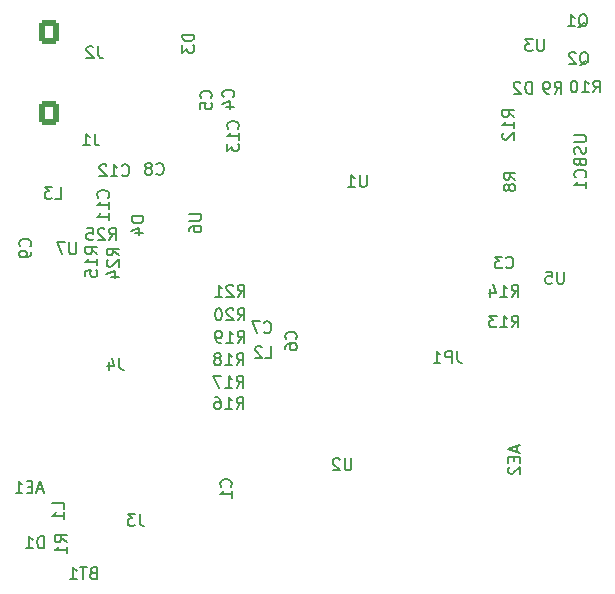
<source format=gbr>
%TF.GenerationSoftware,KiCad,Pcbnew,(6.0.0)*%
%TF.CreationDate,2022-09-29T23:41:46+02:00*%
%TF.ProjectId,bobbycar-lora-can-ethernet,626f6262-7963-4617-922d-6c6f72612d63,rev?*%
%TF.SameCoordinates,Original*%
%TF.FileFunction,Legend,Bot*%
%TF.FilePolarity,Positive*%
%FSLAX46Y46*%
G04 Gerber Fmt 4.6, Leading zero omitted, Abs format (unit mm)*
G04 Created by KiCad (PCBNEW (6.0.0)) date 2022-09-29 23:41:46*
%MOMM*%
%LPD*%
G01*
G04 APERTURE LIST*
G04 Aperture macros list*
%AMRoundRect*
0 Rectangle with rounded corners*
0 $1 Rounding radius*
0 $2 $3 $4 $5 $6 $7 $8 $9 X,Y pos of 4 corners*
0 Add a 4 corners polygon primitive as box body*
4,1,4,$2,$3,$4,$5,$6,$7,$8,$9,$2,$3,0*
0 Add four circle primitives for the rounded corners*
1,1,$1+$1,$2,$3*
1,1,$1+$1,$4,$5*
1,1,$1+$1,$6,$7*
1,1,$1+$1,$8,$9*
0 Add four rect primitives between the rounded corners*
20,1,$1+$1,$2,$3,$4,$5,0*
20,1,$1+$1,$4,$5,$6,$7,0*
20,1,$1+$1,$6,$7,$8,$9,0*
20,1,$1+$1,$8,$9,$2,$3,0*%
G04 Aperture macros list end*
%ADD10C,0.150000*%
%ADD11R,1.350000X1.350000*%
%ADD12O,1.350000X1.350000*%
%ADD13RoundRect,0.250000X-0.600000X-0.725000X0.600000X-0.725000X0.600000X0.725000X-0.600000X0.725000X0*%
%ADD14O,1.700000X1.950000*%
%ADD15C,0.650000*%
%ADD16O,2.100000X1.000000*%
%ADD17O,1.800000X1.000000*%
G04 APERTURE END LIST*
D10*
%TO.C,L3*%
X3566666Y-16952380D02*
X4042857Y-16952380D01*
X4042857Y-15952380D01*
X3328571Y-15952380D02*
X2709523Y-15952380D01*
X3042857Y-16333333D01*
X2900000Y-16333333D01*
X2804761Y-16380952D01*
X2757142Y-16428571D01*
X2709523Y-16523809D01*
X2709523Y-16761904D01*
X2757142Y-16857142D01*
X2804761Y-16904761D01*
X2900000Y-16952380D01*
X3185714Y-16952380D01*
X3280952Y-16904761D01*
X3328571Y-16857142D01*
%TO.C,C11*%
X8057142Y-16857142D02*
X8104761Y-16809523D01*
X8152380Y-16666666D01*
X8152380Y-16571428D01*
X8104761Y-16428571D01*
X8009523Y-16333333D01*
X7914285Y-16285714D01*
X7723809Y-16238095D01*
X7580952Y-16238095D01*
X7390476Y-16285714D01*
X7295238Y-16333333D01*
X7200000Y-16428571D01*
X7152380Y-16571428D01*
X7152380Y-16666666D01*
X7200000Y-16809523D01*
X7247619Y-16857142D01*
X8152380Y-17809523D02*
X8152380Y-17238095D01*
X8152380Y-17523809D02*
X7152380Y-17523809D01*
X7295238Y-17428571D01*
X7390476Y-17333333D01*
X7438095Y-17238095D01*
X8152380Y-18761904D02*
X8152380Y-18190476D01*
X8152380Y-18476190D02*
X7152380Y-18476190D01*
X7295238Y-18380952D01*
X7390476Y-18285714D01*
X7438095Y-18190476D01*
%TO.C,D1*%
X2638095Y-46552380D02*
X2638095Y-45552380D01*
X2400000Y-45552380D01*
X2257142Y-45600000D01*
X2161904Y-45695238D01*
X2114285Y-45790476D01*
X2066666Y-45980952D01*
X2066666Y-46123809D01*
X2114285Y-46314285D01*
X2161904Y-46409523D01*
X2257142Y-46504761D01*
X2400000Y-46552380D01*
X2638095Y-46552380D01*
X1114285Y-46552380D02*
X1685714Y-46552380D01*
X1400000Y-46552380D02*
X1400000Y-45552380D01*
X1495238Y-45695238D01*
X1590476Y-45790476D01*
X1685714Y-45838095D01*
%TO.C,R14*%
X42242857Y-25252380D02*
X42576190Y-24776190D01*
X42814285Y-25252380D02*
X42814285Y-24252380D01*
X42433333Y-24252380D01*
X42338095Y-24300000D01*
X42290476Y-24347619D01*
X42242857Y-24442857D01*
X42242857Y-24585714D01*
X42290476Y-24680952D01*
X42338095Y-24728571D01*
X42433333Y-24776190D01*
X42814285Y-24776190D01*
X41290476Y-25252380D02*
X41861904Y-25252380D01*
X41576190Y-25252380D02*
X41576190Y-24252380D01*
X41671428Y-24395238D01*
X41766666Y-24490476D01*
X41861904Y-24538095D01*
X40433333Y-24585714D02*
X40433333Y-25252380D01*
X40671428Y-24204761D02*
X40909523Y-24919047D01*
X40290476Y-24919047D01*
%TO.C,R9*%
X45866666Y-8052380D02*
X46200000Y-7576190D01*
X46438095Y-8052380D02*
X46438095Y-7052380D01*
X46057142Y-7052380D01*
X45961904Y-7100000D01*
X45914285Y-7147619D01*
X45866666Y-7242857D01*
X45866666Y-7385714D01*
X45914285Y-7480952D01*
X45961904Y-7528571D01*
X46057142Y-7576190D01*
X46438095Y-7576190D01*
X45390476Y-8052380D02*
X45200000Y-8052380D01*
X45104761Y-8004761D01*
X45057142Y-7957142D01*
X44961904Y-7814285D01*
X44914285Y-7623809D01*
X44914285Y-7242857D01*
X44961904Y-7147619D01*
X45009523Y-7100000D01*
X45104761Y-7052380D01*
X45295238Y-7052380D01*
X45390476Y-7100000D01*
X45438095Y-7147619D01*
X45485714Y-7242857D01*
X45485714Y-7480952D01*
X45438095Y-7576190D01*
X45390476Y-7623809D01*
X45295238Y-7671428D01*
X45104761Y-7671428D01*
X45009523Y-7623809D01*
X44961904Y-7576190D01*
X44914285Y-7480952D01*
%TO.C,U5*%
X46661904Y-23152380D02*
X46661904Y-23961904D01*
X46614285Y-24057142D01*
X46566666Y-24104761D01*
X46471428Y-24152380D01*
X46280952Y-24152380D01*
X46185714Y-24104761D01*
X46138095Y-24057142D01*
X46090476Y-23961904D01*
X46090476Y-23152380D01*
X45138095Y-23152380D02*
X45614285Y-23152380D01*
X45661904Y-23628571D01*
X45614285Y-23580952D01*
X45519047Y-23533333D01*
X45280952Y-23533333D01*
X45185714Y-23580952D01*
X45138095Y-23628571D01*
X45090476Y-23723809D01*
X45090476Y-23961904D01*
X45138095Y-24057142D01*
X45185714Y-24104761D01*
X45280952Y-24152380D01*
X45519047Y-24152380D01*
X45614285Y-24104761D01*
X45661904Y-24057142D01*
%TO.C,C9*%
X1457142Y-20983333D02*
X1504761Y-20935714D01*
X1552380Y-20792857D01*
X1552380Y-20697619D01*
X1504761Y-20554761D01*
X1409523Y-20459523D01*
X1314285Y-20411904D01*
X1123809Y-20364285D01*
X980952Y-20364285D01*
X790476Y-20411904D01*
X695238Y-20459523D01*
X600000Y-20554761D01*
X552380Y-20697619D01*
X552380Y-20792857D01*
X600000Y-20935714D01*
X647619Y-20983333D01*
X1552380Y-21459523D02*
X1552380Y-21650000D01*
X1504761Y-21745238D01*
X1457142Y-21792857D01*
X1314285Y-21888095D01*
X1123809Y-21935714D01*
X742857Y-21935714D01*
X647619Y-21888095D01*
X600000Y-21840476D01*
X552380Y-21745238D01*
X552380Y-21554761D01*
X600000Y-21459523D01*
X647619Y-21411904D01*
X742857Y-21364285D01*
X980952Y-21364285D01*
X1076190Y-21411904D01*
X1123809Y-21459523D01*
X1171428Y-21554761D01*
X1171428Y-21745238D01*
X1123809Y-21840476D01*
X1076190Y-21888095D01*
X980952Y-21935714D01*
%TO.C,BT1*%
X6785714Y-48628571D02*
X6642857Y-48676190D01*
X6595238Y-48723809D01*
X6547619Y-48819047D01*
X6547619Y-48961904D01*
X6595238Y-49057142D01*
X6642857Y-49104761D01*
X6738095Y-49152380D01*
X7119047Y-49152380D01*
X7119047Y-48152380D01*
X6785714Y-48152380D01*
X6690476Y-48200000D01*
X6642857Y-48247619D01*
X6595238Y-48342857D01*
X6595238Y-48438095D01*
X6642857Y-48533333D01*
X6690476Y-48580952D01*
X6785714Y-48628571D01*
X7119047Y-48628571D01*
X6261904Y-48152380D02*
X5690476Y-48152380D01*
X5976190Y-49152380D02*
X5976190Y-48152380D01*
X4833333Y-49152380D02*
X5404761Y-49152380D01*
X5119047Y-49152380D02*
X5119047Y-48152380D01*
X5214285Y-48295238D01*
X5309523Y-48390476D01*
X5404761Y-48438095D01*
%TO.C,U2*%
X28661904Y-38952380D02*
X28661904Y-39761904D01*
X28614285Y-39857142D01*
X28566666Y-39904761D01*
X28471428Y-39952380D01*
X28280952Y-39952380D01*
X28185714Y-39904761D01*
X28138095Y-39857142D01*
X28090476Y-39761904D01*
X28090476Y-38952380D01*
X27661904Y-39047619D02*
X27614285Y-39000000D01*
X27519047Y-38952380D01*
X27280952Y-38952380D01*
X27185714Y-39000000D01*
X27138095Y-39047619D01*
X27090476Y-39142857D01*
X27090476Y-39238095D01*
X27138095Y-39380952D01*
X27709523Y-39952380D01*
X27090476Y-39952380D01*
%TO.C,R21*%
X19042857Y-25252380D02*
X19376190Y-24776190D01*
X19614285Y-25252380D02*
X19614285Y-24252380D01*
X19233333Y-24252380D01*
X19138095Y-24300000D01*
X19090476Y-24347619D01*
X19042857Y-24442857D01*
X19042857Y-24585714D01*
X19090476Y-24680952D01*
X19138095Y-24728571D01*
X19233333Y-24776190D01*
X19614285Y-24776190D01*
X18661904Y-24347619D02*
X18614285Y-24300000D01*
X18519047Y-24252380D01*
X18280952Y-24252380D01*
X18185714Y-24300000D01*
X18138095Y-24347619D01*
X18090476Y-24442857D01*
X18090476Y-24538095D01*
X18138095Y-24680952D01*
X18709523Y-25252380D01*
X18090476Y-25252380D01*
X17138095Y-25252380D02*
X17709523Y-25252380D01*
X17423809Y-25252380D02*
X17423809Y-24252380D01*
X17519047Y-24395238D01*
X17614285Y-24490476D01*
X17709523Y-24538095D01*
%TO.C,D3*%
X15352380Y-3061904D02*
X14352380Y-3061904D01*
X14352380Y-3300000D01*
X14400000Y-3442857D01*
X14495238Y-3538095D01*
X14590476Y-3585714D01*
X14780952Y-3633333D01*
X14923809Y-3633333D01*
X15114285Y-3585714D01*
X15209523Y-3538095D01*
X15304761Y-3442857D01*
X15352380Y-3300000D01*
X15352380Y-3061904D01*
X14352380Y-3966666D02*
X14352380Y-4585714D01*
X14733333Y-4252380D01*
X14733333Y-4395238D01*
X14780952Y-4490476D01*
X14828571Y-4538095D01*
X14923809Y-4585714D01*
X15161904Y-4585714D01*
X15257142Y-4538095D01*
X15304761Y-4490476D01*
X15352380Y-4395238D01*
X15352380Y-4109523D01*
X15304761Y-4014285D01*
X15257142Y-3966666D01*
%TO.C,C4*%
X18657142Y-8333333D02*
X18704761Y-8285714D01*
X18752380Y-8142857D01*
X18752380Y-8047619D01*
X18704761Y-7904761D01*
X18609523Y-7809523D01*
X18514285Y-7761904D01*
X18323809Y-7714285D01*
X18180952Y-7714285D01*
X17990476Y-7761904D01*
X17895238Y-7809523D01*
X17800000Y-7904761D01*
X17752380Y-8047619D01*
X17752380Y-8142857D01*
X17800000Y-8285714D01*
X17847619Y-8333333D01*
X18085714Y-9190476D02*
X18752380Y-9190476D01*
X17704761Y-8952380D02*
X18419047Y-8714285D01*
X18419047Y-9333333D01*
%TO.C,L2*%
X21366666Y-30452380D02*
X21842857Y-30452380D01*
X21842857Y-29452380D01*
X21080952Y-29547619D02*
X21033333Y-29500000D01*
X20938095Y-29452380D01*
X20700000Y-29452380D01*
X20604761Y-29500000D01*
X20557142Y-29547619D01*
X20509523Y-29642857D01*
X20509523Y-29738095D01*
X20557142Y-29880952D01*
X21128571Y-30452380D01*
X20509523Y-30452380D01*
%TO.C,R10*%
X49142857Y-7952380D02*
X49476190Y-7476190D01*
X49714285Y-7952380D02*
X49714285Y-6952380D01*
X49333333Y-6952380D01*
X49238095Y-7000000D01*
X49190476Y-7047619D01*
X49142857Y-7142857D01*
X49142857Y-7285714D01*
X49190476Y-7380952D01*
X49238095Y-7428571D01*
X49333333Y-7476190D01*
X49714285Y-7476190D01*
X48190476Y-7952380D02*
X48761904Y-7952380D01*
X48476190Y-7952380D02*
X48476190Y-6952380D01*
X48571428Y-7095238D01*
X48666666Y-7190476D01*
X48761904Y-7238095D01*
X47571428Y-6952380D02*
X47476190Y-6952380D01*
X47380952Y-7000000D01*
X47333333Y-7047619D01*
X47285714Y-7142857D01*
X47238095Y-7333333D01*
X47238095Y-7571428D01*
X47285714Y-7761904D01*
X47333333Y-7857142D01*
X47380952Y-7904761D01*
X47476190Y-7952380D01*
X47571428Y-7952380D01*
X47666666Y-7904761D01*
X47714285Y-7857142D01*
X47761904Y-7761904D01*
X47809523Y-7571428D01*
X47809523Y-7333333D01*
X47761904Y-7142857D01*
X47714285Y-7047619D01*
X47666666Y-7000000D01*
X47571428Y-6952380D01*
%TO.C,U1*%
X29961904Y-14952380D02*
X29961904Y-15761904D01*
X29914285Y-15857142D01*
X29866666Y-15904761D01*
X29771428Y-15952380D01*
X29580952Y-15952380D01*
X29485714Y-15904761D01*
X29438095Y-15857142D01*
X29390476Y-15761904D01*
X29390476Y-14952380D01*
X28390476Y-15952380D02*
X28961904Y-15952380D01*
X28676190Y-15952380D02*
X28676190Y-14952380D01*
X28771428Y-15095238D01*
X28866666Y-15190476D01*
X28961904Y-15238095D01*
%TO.C,U6*%
X14952380Y-18238095D02*
X15761904Y-18238095D01*
X15857142Y-18285714D01*
X15904761Y-18333333D01*
X15952380Y-18428571D01*
X15952380Y-18619047D01*
X15904761Y-18714285D01*
X15857142Y-18761904D01*
X15761904Y-18809523D01*
X14952380Y-18809523D01*
X14952380Y-19714285D02*
X14952380Y-19523809D01*
X15000000Y-19428571D01*
X15047619Y-19380952D01*
X15190476Y-19285714D01*
X15380952Y-19238095D01*
X15761904Y-19238095D01*
X15857142Y-19285714D01*
X15904761Y-19333333D01*
X15952380Y-19428571D01*
X15952380Y-19619047D01*
X15904761Y-19714285D01*
X15857142Y-19761904D01*
X15761904Y-19809523D01*
X15523809Y-19809523D01*
X15428571Y-19761904D01*
X15380952Y-19714285D01*
X15333333Y-19619047D01*
X15333333Y-19428571D01*
X15380952Y-19333333D01*
X15428571Y-19285714D01*
X15523809Y-19238095D01*
%TO.C,C5*%
X16757142Y-8433333D02*
X16804761Y-8385714D01*
X16852380Y-8242857D01*
X16852380Y-8147619D01*
X16804761Y-8004761D01*
X16709523Y-7909523D01*
X16614285Y-7861904D01*
X16423809Y-7814285D01*
X16280952Y-7814285D01*
X16090476Y-7861904D01*
X15995238Y-7909523D01*
X15900000Y-8004761D01*
X15852380Y-8147619D01*
X15852380Y-8242857D01*
X15900000Y-8385714D01*
X15947619Y-8433333D01*
X15852380Y-9338095D02*
X15852380Y-8861904D01*
X16328571Y-8814285D01*
X16280952Y-8861904D01*
X16233333Y-8957142D01*
X16233333Y-9195238D01*
X16280952Y-9290476D01*
X16328571Y-9338095D01*
X16423809Y-9385714D01*
X16661904Y-9385714D01*
X16757142Y-9338095D01*
X16804761Y-9290476D01*
X16852380Y-9195238D01*
X16852380Y-8957142D01*
X16804761Y-8861904D01*
X16757142Y-8814285D01*
%TO.C,R25*%
X8142857Y-20452380D02*
X8476190Y-19976190D01*
X8714285Y-20452380D02*
X8714285Y-19452380D01*
X8333333Y-19452380D01*
X8238095Y-19500000D01*
X8190476Y-19547619D01*
X8142857Y-19642857D01*
X8142857Y-19785714D01*
X8190476Y-19880952D01*
X8238095Y-19928571D01*
X8333333Y-19976190D01*
X8714285Y-19976190D01*
X7761904Y-19547619D02*
X7714285Y-19500000D01*
X7619047Y-19452380D01*
X7380952Y-19452380D01*
X7285714Y-19500000D01*
X7238095Y-19547619D01*
X7190476Y-19642857D01*
X7190476Y-19738095D01*
X7238095Y-19880952D01*
X7809523Y-20452380D01*
X7190476Y-20452380D01*
X6285714Y-19452380D02*
X6761904Y-19452380D01*
X6809523Y-19928571D01*
X6761904Y-19880952D01*
X6666666Y-19833333D01*
X6428571Y-19833333D01*
X6333333Y-19880952D01*
X6285714Y-19928571D01*
X6238095Y-20023809D01*
X6238095Y-20261904D01*
X6285714Y-20357142D01*
X6333333Y-20404761D01*
X6428571Y-20452380D01*
X6666666Y-20452380D01*
X6761904Y-20404761D01*
X6809523Y-20357142D01*
%TO.C,R16*%
X18942857Y-34752380D02*
X19276190Y-34276190D01*
X19514285Y-34752380D02*
X19514285Y-33752380D01*
X19133333Y-33752380D01*
X19038095Y-33800000D01*
X18990476Y-33847619D01*
X18942857Y-33942857D01*
X18942857Y-34085714D01*
X18990476Y-34180952D01*
X19038095Y-34228571D01*
X19133333Y-34276190D01*
X19514285Y-34276190D01*
X17990476Y-34752380D02*
X18561904Y-34752380D01*
X18276190Y-34752380D02*
X18276190Y-33752380D01*
X18371428Y-33895238D01*
X18466666Y-33990476D01*
X18561904Y-34038095D01*
X17133333Y-33752380D02*
X17323809Y-33752380D01*
X17419047Y-33800000D01*
X17466666Y-33847619D01*
X17561904Y-33990476D01*
X17609523Y-34180952D01*
X17609523Y-34561904D01*
X17561904Y-34657142D01*
X17514285Y-34704761D01*
X17419047Y-34752380D01*
X17228571Y-34752380D01*
X17133333Y-34704761D01*
X17085714Y-34657142D01*
X17038095Y-34561904D01*
X17038095Y-34323809D01*
X17085714Y-34228571D01*
X17133333Y-34180952D01*
X17228571Y-34133333D01*
X17419047Y-34133333D01*
X17514285Y-34180952D01*
X17561904Y-34228571D01*
X17609523Y-34323809D01*
%TO.C,R8*%
X42552380Y-15333333D02*
X42076190Y-15000000D01*
X42552380Y-14761904D02*
X41552380Y-14761904D01*
X41552380Y-15142857D01*
X41600000Y-15238095D01*
X41647619Y-15285714D01*
X41742857Y-15333333D01*
X41885714Y-15333333D01*
X41980952Y-15285714D01*
X42028571Y-15238095D01*
X42076190Y-15142857D01*
X42076190Y-14761904D01*
X41980952Y-15904761D02*
X41933333Y-15809523D01*
X41885714Y-15761904D01*
X41790476Y-15714285D01*
X41742857Y-15714285D01*
X41647619Y-15761904D01*
X41600000Y-15809523D01*
X41552380Y-15904761D01*
X41552380Y-16095238D01*
X41600000Y-16190476D01*
X41647619Y-16238095D01*
X41742857Y-16285714D01*
X41790476Y-16285714D01*
X41885714Y-16238095D01*
X41933333Y-16190476D01*
X41980952Y-16095238D01*
X41980952Y-15904761D01*
X42028571Y-15809523D01*
X42076190Y-15761904D01*
X42171428Y-15714285D01*
X42361904Y-15714285D01*
X42457142Y-15761904D01*
X42504761Y-15809523D01*
X42552380Y-15904761D01*
X42552380Y-16095238D01*
X42504761Y-16190476D01*
X42457142Y-16238095D01*
X42361904Y-16285714D01*
X42171428Y-16285714D01*
X42076190Y-16238095D01*
X42028571Y-16190476D01*
X41980952Y-16095238D01*
%TO.C,R13*%
X42242857Y-27852380D02*
X42576190Y-27376190D01*
X42814285Y-27852380D02*
X42814285Y-26852380D01*
X42433333Y-26852380D01*
X42338095Y-26900000D01*
X42290476Y-26947619D01*
X42242857Y-27042857D01*
X42242857Y-27185714D01*
X42290476Y-27280952D01*
X42338095Y-27328571D01*
X42433333Y-27376190D01*
X42814285Y-27376190D01*
X41290476Y-27852380D02*
X41861904Y-27852380D01*
X41576190Y-27852380D02*
X41576190Y-26852380D01*
X41671428Y-26995238D01*
X41766666Y-27090476D01*
X41861904Y-27138095D01*
X40957142Y-26852380D02*
X40338095Y-26852380D01*
X40671428Y-27233333D01*
X40528571Y-27233333D01*
X40433333Y-27280952D01*
X40385714Y-27328571D01*
X40338095Y-27423809D01*
X40338095Y-27661904D01*
X40385714Y-27757142D01*
X40433333Y-27804761D01*
X40528571Y-27852380D01*
X40814285Y-27852380D01*
X40909523Y-27804761D01*
X40957142Y-27757142D01*
%TO.C,C1*%
X18457142Y-41333333D02*
X18504761Y-41285714D01*
X18552380Y-41142857D01*
X18552380Y-41047619D01*
X18504761Y-40904761D01*
X18409523Y-40809523D01*
X18314285Y-40761904D01*
X18123809Y-40714285D01*
X17980952Y-40714285D01*
X17790476Y-40761904D01*
X17695238Y-40809523D01*
X17600000Y-40904761D01*
X17552380Y-41047619D01*
X17552380Y-41142857D01*
X17600000Y-41285714D01*
X17647619Y-41333333D01*
X18552380Y-42285714D02*
X18552380Y-41714285D01*
X18552380Y-42000000D02*
X17552380Y-42000000D01*
X17695238Y-41904761D01*
X17790476Y-41809523D01*
X17838095Y-41714285D01*
%TO.C,R15*%
X7152380Y-21657142D02*
X6676190Y-21323809D01*
X7152380Y-21085714D02*
X6152380Y-21085714D01*
X6152380Y-21466666D01*
X6200000Y-21561904D01*
X6247619Y-21609523D01*
X6342857Y-21657142D01*
X6485714Y-21657142D01*
X6580952Y-21609523D01*
X6628571Y-21561904D01*
X6676190Y-21466666D01*
X6676190Y-21085714D01*
X7152380Y-22609523D02*
X7152380Y-22038095D01*
X7152380Y-22323809D02*
X6152380Y-22323809D01*
X6295238Y-22228571D01*
X6390476Y-22133333D01*
X6438095Y-22038095D01*
X6152380Y-23514285D02*
X6152380Y-23038095D01*
X6628571Y-22990476D01*
X6580952Y-23038095D01*
X6533333Y-23133333D01*
X6533333Y-23371428D01*
X6580952Y-23466666D01*
X6628571Y-23514285D01*
X6723809Y-23561904D01*
X6961904Y-23561904D01*
X7057142Y-23514285D01*
X7104761Y-23466666D01*
X7152380Y-23371428D01*
X7152380Y-23133333D01*
X7104761Y-23038095D01*
X7057142Y-22990476D01*
%TO.C,D2*%
X43938095Y-8052380D02*
X43938095Y-7052380D01*
X43700000Y-7052380D01*
X43557142Y-7100000D01*
X43461904Y-7195238D01*
X43414285Y-7290476D01*
X43366666Y-7480952D01*
X43366666Y-7623809D01*
X43414285Y-7814285D01*
X43461904Y-7909523D01*
X43557142Y-8004761D01*
X43700000Y-8052380D01*
X43938095Y-8052380D01*
X42985714Y-7147619D02*
X42938095Y-7100000D01*
X42842857Y-7052380D01*
X42604761Y-7052380D01*
X42509523Y-7100000D01*
X42461904Y-7147619D01*
X42414285Y-7242857D01*
X42414285Y-7338095D01*
X42461904Y-7480952D01*
X43033333Y-8052380D01*
X42414285Y-8052380D01*
%TO.C,R12*%
X42452380Y-10057142D02*
X41976190Y-9723809D01*
X42452380Y-9485714D02*
X41452380Y-9485714D01*
X41452380Y-9866666D01*
X41500000Y-9961904D01*
X41547619Y-10009523D01*
X41642857Y-10057142D01*
X41785714Y-10057142D01*
X41880952Y-10009523D01*
X41928571Y-9961904D01*
X41976190Y-9866666D01*
X41976190Y-9485714D01*
X42452380Y-11009523D02*
X42452380Y-10438095D01*
X42452380Y-10723809D02*
X41452380Y-10723809D01*
X41595238Y-10628571D01*
X41690476Y-10533333D01*
X41738095Y-10438095D01*
X41547619Y-11390476D02*
X41500000Y-11438095D01*
X41452380Y-11533333D01*
X41452380Y-11771428D01*
X41500000Y-11866666D01*
X41547619Y-11914285D01*
X41642857Y-11961904D01*
X41738095Y-11961904D01*
X41880952Y-11914285D01*
X42452380Y-11342857D01*
X42452380Y-11961904D01*
%TO.C,J3*%
X10733333Y-43652380D02*
X10733333Y-44366666D01*
X10780952Y-44509523D01*
X10876190Y-44604761D01*
X11019047Y-44652380D01*
X11114285Y-44652380D01*
X10352380Y-43652380D02*
X9733333Y-43652380D01*
X10066666Y-44033333D01*
X9923809Y-44033333D01*
X9828571Y-44080952D01*
X9780952Y-44128571D01*
X9733333Y-44223809D01*
X9733333Y-44461904D01*
X9780952Y-44557142D01*
X9828571Y-44604761D01*
X9923809Y-44652380D01*
X10209523Y-44652380D01*
X10304761Y-44604761D01*
X10352380Y-44557142D01*
%TO.C,R18*%
X18942857Y-31052380D02*
X19276190Y-30576190D01*
X19514285Y-31052380D02*
X19514285Y-30052380D01*
X19133333Y-30052380D01*
X19038095Y-30100000D01*
X18990476Y-30147619D01*
X18942857Y-30242857D01*
X18942857Y-30385714D01*
X18990476Y-30480952D01*
X19038095Y-30528571D01*
X19133333Y-30576190D01*
X19514285Y-30576190D01*
X17990476Y-31052380D02*
X18561904Y-31052380D01*
X18276190Y-31052380D02*
X18276190Y-30052380D01*
X18371428Y-30195238D01*
X18466666Y-30290476D01*
X18561904Y-30338095D01*
X17419047Y-30480952D02*
X17514285Y-30433333D01*
X17561904Y-30385714D01*
X17609523Y-30290476D01*
X17609523Y-30242857D01*
X17561904Y-30147619D01*
X17514285Y-30100000D01*
X17419047Y-30052380D01*
X17228571Y-30052380D01*
X17133333Y-30100000D01*
X17085714Y-30147619D01*
X17038095Y-30242857D01*
X17038095Y-30290476D01*
X17085714Y-30385714D01*
X17133333Y-30433333D01*
X17228571Y-30480952D01*
X17419047Y-30480952D01*
X17514285Y-30528571D01*
X17561904Y-30576190D01*
X17609523Y-30671428D01*
X17609523Y-30861904D01*
X17561904Y-30957142D01*
X17514285Y-31004761D01*
X17419047Y-31052380D01*
X17228571Y-31052380D01*
X17133333Y-31004761D01*
X17085714Y-30957142D01*
X17038095Y-30861904D01*
X17038095Y-30671428D01*
X17085714Y-30576190D01*
X17133333Y-30528571D01*
X17228571Y-30480952D01*
%TO.C,J2*%
X7233333Y-4052380D02*
X7233333Y-4766666D01*
X7280952Y-4909523D01*
X7376190Y-5004761D01*
X7519047Y-5052380D01*
X7614285Y-5052380D01*
X6804761Y-4147619D02*
X6757142Y-4100000D01*
X6661904Y-4052380D01*
X6423809Y-4052380D01*
X6328571Y-4100000D01*
X6280952Y-4147619D01*
X6233333Y-4242857D01*
X6233333Y-4338095D01*
X6280952Y-4480952D01*
X6852380Y-5052380D01*
X6233333Y-5052380D01*
%TO.C,U7*%
X5361904Y-20652380D02*
X5361904Y-21461904D01*
X5314285Y-21557142D01*
X5266666Y-21604761D01*
X5171428Y-21652380D01*
X4980952Y-21652380D01*
X4885714Y-21604761D01*
X4838095Y-21557142D01*
X4790476Y-21461904D01*
X4790476Y-20652380D01*
X4409523Y-20652380D02*
X3742857Y-20652380D01*
X4171428Y-21652380D01*
%TO.C,C3*%
X41766666Y-22757142D02*
X41814285Y-22804761D01*
X41957142Y-22852380D01*
X42052380Y-22852380D01*
X42195238Y-22804761D01*
X42290476Y-22709523D01*
X42338095Y-22614285D01*
X42385714Y-22423809D01*
X42385714Y-22280952D01*
X42338095Y-22090476D01*
X42290476Y-21995238D01*
X42195238Y-21900000D01*
X42052380Y-21852380D01*
X41957142Y-21852380D01*
X41814285Y-21900000D01*
X41766666Y-21947619D01*
X41433333Y-21852380D02*
X40814285Y-21852380D01*
X41147619Y-22233333D01*
X41004761Y-22233333D01*
X40909523Y-22280952D01*
X40861904Y-22328571D01*
X40814285Y-22423809D01*
X40814285Y-22661904D01*
X40861904Y-22757142D01*
X40909523Y-22804761D01*
X41004761Y-22852380D01*
X41290476Y-22852380D01*
X41385714Y-22804761D01*
X41433333Y-22757142D01*
%TO.C,AE1*%
X2566666Y-41566666D02*
X2090476Y-41566666D01*
X2661904Y-41852380D02*
X2328571Y-40852380D01*
X1995238Y-41852380D01*
X1661904Y-41328571D02*
X1328571Y-41328571D01*
X1185714Y-41852380D02*
X1661904Y-41852380D01*
X1661904Y-40852380D01*
X1185714Y-40852380D01*
X233333Y-41852380D02*
X804761Y-41852380D01*
X519047Y-41852380D02*
X519047Y-40852380D01*
X614285Y-40995238D01*
X709523Y-41090476D01*
X804761Y-41138095D01*
%TO.C,R19*%
X19042857Y-29152380D02*
X19376190Y-28676190D01*
X19614285Y-29152380D02*
X19614285Y-28152380D01*
X19233333Y-28152380D01*
X19138095Y-28200000D01*
X19090476Y-28247619D01*
X19042857Y-28342857D01*
X19042857Y-28485714D01*
X19090476Y-28580952D01*
X19138095Y-28628571D01*
X19233333Y-28676190D01*
X19614285Y-28676190D01*
X18090476Y-29152380D02*
X18661904Y-29152380D01*
X18376190Y-29152380D02*
X18376190Y-28152380D01*
X18471428Y-28295238D01*
X18566666Y-28390476D01*
X18661904Y-28438095D01*
X17614285Y-29152380D02*
X17423809Y-29152380D01*
X17328571Y-29104761D01*
X17280952Y-29057142D01*
X17185714Y-28914285D01*
X17138095Y-28723809D01*
X17138095Y-28342857D01*
X17185714Y-28247619D01*
X17233333Y-28200000D01*
X17328571Y-28152380D01*
X17519047Y-28152380D01*
X17614285Y-28200000D01*
X17661904Y-28247619D01*
X17709523Y-28342857D01*
X17709523Y-28580952D01*
X17661904Y-28676190D01*
X17614285Y-28723809D01*
X17519047Y-28771428D01*
X17328571Y-28771428D01*
X17233333Y-28723809D01*
X17185714Y-28676190D01*
X17138095Y-28580952D01*
%TO.C,D4*%
X11052380Y-18461904D02*
X10052380Y-18461904D01*
X10052380Y-18700000D01*
X10100000Y-18842857D01*
X10195238Y-18938095D01*
X10290476Y-18985714D01*
X10480952Y-19033333D01*
X10623809Y-19033333D01*
X10814285Y-18985714D01*
X10909523Y-18938095D01*
X11004761Y-18842857D01*
X11052380Y-18700000D01*
X11052380Y-18461904D01*
X10385714Y-19890476D02*
X11052380Y-19890476D01*
X10004761Y-19652380D02*
X10719047Y-19414285D01*
X10719047Y-20033333D01*
%TO.C,JP1*%
X37633333Y-29852380D02*
X37633333Y-30566666D01*
X37680952Y-30709523D01*
X37776190Y-30804761D01*
X37919047Y-30852380D01*
X38014285Y-30852380D01*
X37157142Y-30852380D02*
X37157142Y-29852380D01*
X36776190Y-29852380D01*
X36680952Y-29900000D01*
X36633333Y-29947619D01*
X36585714Y-30042857D01*
X36585714Y-30185714D01*
X36633333Y-30280952D01*
X36680952Y-30328571D01*
X36776190Y-30376190D01*
X37157142Y-30376190D01*
X35633333Y-30852380D02*
X36204761Y-30852380D01*
X35919047Y-30852380D02*
X35919047Y-29852380D01*
X36014285Y-29995238D01*
X36109523Y-30090476D01*
X36204761Y-30138095D01*
%TO.C,C13*%
X19057142Y-11016562D02*
X19104761Y-10968943D01*
X19152380Y-10826086D01*
X19152380Y-10730848D01*
X19104761Y-10587991D01*
X19009523Y-10492753D01*
X18914285Y-10445134D01*
X18723809Y-10397515D01*
X18580952Y-10397515D01*
X18390476Y-10445134D01*
X18295238Y-10492753D01*
X18200000Y-10587991D01*
X18152380Y-10730848D01*
X18152380Y-10826086D01*
X18200000Y-10968943D01*
X18247619Y-11016562D01*
X19152380Y-11968943D02*
X19152380Y-11397515D01*
X19152380Y-11683229D02*
X18152380Y-11683229D01*
X18295238Y-11587991D01*
X18390476Y-11492753D01*
X18438095Y-11397515D01*
X18152380Y-12302277D02*
X18152380Y-12921324D01*
X18533333Y-12587991D01*
X18533333Y-12730848D01*
X18580952Y-12826086D01*
X18628571Y-12873705D01*
X18723809Y-12921324D01*
X18961904Y-12921324D01*
X19057142Y-12873705D01*
X19104761Y-12826086D01*
X19152380Y-12730848D01*
X19152380Y-12445134D01*
X19104761Y-12349896D01*
X19057142Y-12302277D01*
%TO.C,J4*%
X9033333Y-30452380D02*
X9033333Y-31166666D01*
X9080952Y-31309523D01*
X9176190Y-31404761D01*
X9319047Y-31452380D01*
X9414285Y-31452380D01*
X8128571Y-30785714D02*
X8128571Y-31452380D01*
X8366666Y-30404761D02*
X8604761Y-31119047D01*
X7985714Y-31119047D01*
%TO.C,R17*%
X18942857Y-32952380D02*
X19276190Y-32476190D01*
X19514285Y-32952380D02*
X19514285Y-31952380D01*
X19133333Y-31952380D01*
X19038095Y-32000000D01*
X18990476Y-32047619D01*
X18942857Y-32142857D01*
X18942857Y-32285714D01*
X18990476Y-32380952D01*
X19038095Y-32428571D01*
X19133333Y-32476190D01*
X19514285Y-32476190D01*
X17990476Y-32952380D02*
X18561904Y-32952380D01*
X18276190Y-32952380D02*
X18276190Y-31952380D01*
X18371428Y-32095238D01*
X18466666Y-32190476D01*
X18561904Y-32238095D01*
X17657142Y-31952380D02*
X16990476Y-31952380D01*
X17419047Y-32952380D01*
%TO.C,J1*%
X6933333Y-11452380D02*
X6933333Y-12166666D01*
X6980952Y-12309523D01*
X7076190Y-12404761D01*
X7219047Y-12452380D01*
X7314285Y-12452380D01*
X5933333Y-12452380D02*
X6504761Y-12452380D01*
X6219047Y-12452380D02*
X6219047Y-11452380D01*
X6314285Y-11595238D01*
X6409523Y-11690476D01*
X6504761Y-11738095D01*
%TO.C,C6*%
X23957142Y-28833333D02*
X24004761Y-28785714D01*
X24052380Y-28642857D01*
X24052380Y-28547619D01*
X24004761Y-28404761D01*
X23909523Y-28309523D01*
X23814285Y-28261904D01*
X23623809Y-28214285D01*
X23480952Y-28214285D01*
X23290476Y-28261904D01*
X23195238Y-28309523D01*
X23100000Y-28404761D01*
X23052380Y-28547619D01*
X23052380Y-28642857D01*
X23100000Y-28785714D01*
X23147619Y-28833333D01*
X23052380Y-29690476D02*
X23052380Y-29500000D01*
X23100000Y-29404761D01*
X23147619Y-29357142D01*
X23290476Y-29261904D01*
X23480952Y-29214285D01*
X23861904Y-29214285D01*
X23957142Y-29261904D01*
X24004761Y-29309523D01*
X24052380Y-29404761D01*
X24052380Y-29595238D01*
X24004761Y-29690476D01*
X23957142Y-29738095D01*
X23861904Y-29785714D01*
X23623809Y-29785714D01*
X23528571Y-29738095D01*
X23480952Y-29690476D01*
X23433333Y-29595238D01*
X23433333Y-29404761D01*
X23480952Y-29309523D01*
X23528571Y-29261904D01*
X23623809Y-29214285D01*
%TO.C,AE2*%
X42666666Y-37933333D02*
X42666666Y-38409523D01*
X42952380Y-37838095D02*
X41952380Y-38171428D01*
X42952380Y-38504761D01*
X42428571Y-38838095D02*
X42428571Y-39171428D01*
X42952380Y-39314285D02*
X42952380Y-38838095D01*
X41952380Y-38838095D01*
X41952380Y-39314285D01*
X42047619Y-39695238D02*
X42000000Y-39742857D01*
X41952380Y-39838095D01*
X41952380Y-40076190D01*
X42000000Y-40171428D01*
X42047619Y-40219047D01*
X42142857Y-40266666D01*
X42238095Y-40266666D01*
X42380952Y-40219047D01*
X42952380Y-39647619D01*
X42952380Y-40266666D01*
%TO.C,R1*%
X4552380Y-46033333D02*
X4076190Y-45700000D01*
X4552380Y-45461904D02*
X3552380Y-45461904D01*
X3552380Y-45842857D01*
X3600000Y-45938095D01*
X3647619Y-45985714D01*
X3742857Y-46033333D01*
X3885714Y-46033333D01*
X3980952Y-45985714D01*
X4028571Y-45938095D01*
X4076190Y-45842857D01*
X4076190Y-45461904D01*
X4552380Y-46985714D02*
X4552380Y-46414285D01*
X4552380Y-46700000D02*
X3552380Y-46700000D01*
X3695238Y-46604761D01*
X3790476Y-46509523D01*
X3838095Y-46414285D01*
%TO.C,Q2*%
X47995238Y-5647619D02*
X48090476Y-5600000D01*
X48185714Y-5504761D01*
X48328571Y-5361904D01*
X48423809Y-5314285D01*
X48519047Y-5314285D01*
X48471428Y-5552380D02*
X48566666Y-5504761D01*
X48661904Y-5409523D01*
X48709523Y-5219047D01*
X48709523Y-4885714D01*
X48661904Y-4695238D01*
X48566666Y-4600000D01*
X48471428Y-4552380D01*
X48280952Y-4552380D01*
X48185714Y-4600000D01*
X48090476Y-4695238D01*
X48042857Y-4885714D01*
X48042857Y-5219047D01*
X48090476Y-5409523D01*
X48185714Y-5504761D01*
X48280952Y-5552380D01*
X48471428Y-5552380D01*
X47661904Y-4647619D02*
X47614285Y-4600000D01*
X47519047Y-4552380D01*
X47280952Y-4552380D01*
X47185714Y-4600000D01*
X47138095Y-4647619D01*
X47090476Y-4742857D01*
X47090476Y-4838095D01*
X47138095Y-4980952D01*
X47709523Y-5552380D01*
X47090476Y-5552380D01*
%TO.C,L1*%
X4352380Y-43233333D02*
X4352380Y-42757142D01*
X3352380Y-42757142D01*
X4352380Y-44090476D02*
X4352380Y-43519047D01*
X4352380Y-43804761D02*
X3352380Y-43804761D01*
X3495238Y-43709523D01*
X3590476Y-43614285D01*
X3638095Y-43519047D01*
%TO.C,Q1*%
X47895238Y-2447619D02*
X47990476Y-2400000D01*
X48085714Y-2304761D01*
X48228571Y-2161904D01*
X48323809Y-2114285D01*
X48419047Y-2114285D01*
X48371428Y-2352380D02*
X48466666Y-2304761D01*
X48561904Y-2209523D01*
X48609523Y-2019047D01*
X48609523Y-1685714D01*
X48561904Y-1495238D01*
X48466666Y-1400000D01*
X48371428Y-1352380D01*
X48180952Y-1352380D01*
X48085714Y-1400000D01*
X47990476Y-1495238D01*
X47942857Y-1685714D01*
X47942857Y-2019047D01*
X47990476Y-2209523D01*
X48085714Y-2304761D01*
X48180952Y-2352380D01*
X48371428Y-2352380D01*
X46990476Y-2352380D02*
X47561904Y-2352380D01*
X47276190Y-2352380D02*
X47276190Y-1352380D01*
X47371428Y-1495238D01*
X47466666Y-1590476D01*
X47561904Y-1638095D01*
%TO.C,C12*%
X9242857Y-14957142D02*
X9290476Y-15004761D01*
X9433333Y-15052380D01*
X9528571Y-15052380D01*
X9671428Y-15004761D01*
X9766666Y-14909523D01*
X9814285Y-14814285D01*
X9861904Y-14623809D01*
X9861904Y-14480952D01*
X9814285Y-14290476D01*
X9766666Y-14195238D01*
X9671428Y-14100000D01*
X9528571Y-14052380D01*
X9433333Y-14052380D01*
X9290476Y-14100000D01*
X9242857Y-14147619D01*
X8290476Y-15052380D02*
X8861904Y-15052380D01*
X8576190Y-15052380D02*
X8576190Y-14052380D01*
X8671428Y-14195238D01*
X8766666Y-14290476D01*
X8861904Y-14338095D01*
X7909523Y-14147619D02*
X7861904Y-14100000D01*
X7766666Y-14052380D01*
X7528571Y-14052380D01*
X7433333Y-14100000D01*
X7385714Y-14147619D01*
X7338095Y-14242857D01*
X7338095Y-14338095D01*
X7385714Y-14480952D01*
X7957142Y-15052380D01*
X7338095Y-15052380D01*
%TO.C,R24*%
X8952380Y-21757142D02*
X8476190Y-21423809D01*
X8952380Y-21185714D02*
X7952380Y-21185714D01*
X7952380Y-21566666D01*
X8000000Y-21661904D01*
X8047619Y-21709523D01*
X8142857Y-21757142D01*
X8285714Y-21757142D01*
X8380952Y-21709523D01*
X8428571Y-21661904D01*
X8476190Y-21566666D01*
X8476190Y-21185714D01*
X8047619Y-22138095D02*
X8000000Y-22185714D01*
X7952380Y-22280952D01*
X7952380Y-22519047D01*
X8000000Y-22614285D01*
X8047619Y-22661904D01*
X8142857Y-22709523D01*
X8238095Y-22709523D01*
X8380952Y-22661904D01*
X8952380Y-22090476D01*
X8952380Y-22709523D01*
X8285714Y-23566666D02*
X8952380Y-23566666D01*
X7904761Y-23328571D02*
X8619047Y-23090476D01*
X8619047Y-23709523D01*
%TO.C,R20*%
X19042857Y-27252380D02*
X19376190Y-26776190D01*
X19614285Y-27252380D02*
X19614285Y-26252380D01*
X19233333Y-26252380D01*
X19138095Y-26300000D01*
X19090476Y-26347619D01*
X19042857Y-26442857D01*
X19042857Y-26585714D01*
X19090476Y-26680952D01*
X19138095Y-26728571D01*
X19233333Y-26776190D01*
X19614285Y-26776190D01*
X18661904Y-26347619D02*
X18614285Y-26300000D01*
X18519047Y-26252380D01*
X18280952Y-26252380D01*
X18185714Y-26300000D01*
X18138095Y-26347619D01*
X18090476Y-26442857D01*
X18090476Y-26538095D01*
X18138095Y-26680952D01*
X18709523Y-27252380D01*
X18090476Y-27252380D01*
X17471428Y-26252380D02*
X17376190Y-26252380D01*
X17280952Y-26300000D01*
X17233333Y-26347619D01*
X17185714Y-26442857D01*
X17138095Y-26633333D01*
X17138095Y-26871428D01*
X17185714Y-27061904D01*
X17233333Y-27157142D01*
X17280952Y-27204761D01*
X17376190Y-27252380D01*
X17471428Y-27252380D01*
X17566666Y-27204761D01*
X17614285Y-27157142D01*
X17661904Y-27061904D01*
X17709523Y-26871428D01*
X17709523Y-26633333D01*
X17661904Y-26442857D01*
X17614285Y-26347619D01*
X17566666Y-26300000D01*
X17471428Y-26252380D01*
%TO.C,USBC1*%
X47552380Y-11561904D02*
X48361904Y-11561904D01*
X48457142Y-11609523D01*
X48504761Y-11657142D01*
X48552380Y-11752380D01*
X48552380Y-11942857D01*
X48504761Y-12038095D01*
X48457142Y-12085714D01*
X48361904Y-12133333D01*
X47552380Y-12133333D01*
X48504761Y-12561904D02*
X48552380Y-12704761D01*
X48552380Y-12942857D01*
X48504761Y-13038095D01*
X48457142Y-13085714D01*
X48361904Y-13133333D01*
X48266666Y-13133333D01*
X48171428Y-13085714D01*
X48123809Y-13038095D01*
X48076190Y-12942857D01*
X48028571Y-12752380D01*
X47980952Y-12657142D01*
X47933333Y-12609523D01*
X47838095Y-12561904D01*
X47742857Y-12561904D01*
X47647619Y-12609523D01*
X47600000Y-12657142D01*
X47552380Y-12752380D01*
X47552380Y-12990476D01*
X47600000Y-13133333D01*
X48028571Y-13895238D02*
X48076190Y-14038095D01*
X48123809Y-14085714D01*
X48219047Y-14133333D01*
X48361904Y-14133333D01*
X48457142Y-14085714D01*
X48504761Y-14038095D01*
X48552380Y-13942857D01*
X48552380Y-13561904D01*
X47552380Y-13561904D01*
X47552380Y-13895238D01*
X47600000Y-13990476D01*
X47647619Y-14038095D01*
X47742857Y-14085714D01*
X47838095Y-14085714D01*
X47933333Y-14038095D01*
X47980952Y-13990476D01*
X48028571Y-13895238D01*
X48028571Y-13561904D01*
X48457142Y-15133333D02*
X48504761Y-15085714D01*
X48552380Y-14942857D01*
X48552380Y-14847619D01*
X48504761Y-14704761D01*
X48409523Y-14609523D01*
X48314285Y-14561904D01*
X48123809Y-14514285D01*
X47980952Y-14514285D01*
X47790476Y-14561904D01*
X47695238Y-14609523D01*
X47600000Y-14704761D01*
X47552380Y-14847619D01*
X47552380Y-14942857D01*
X47600000Y-15085714D01*
X47647619Y-15133333D01*
X48552380Y-16085714D02*
X48552380Y-15514285D01*
X48552380Y-15800000D02*
X47552380Y-15800000D01*
X47695238Y-15704761D01*
X47790476Y-15609523D01*
X47838095Y-15514285D01*
%TO.C,U3*%
X44961904Y-3452380D02*
X44961904Y-4261904D01*
X44914285Y-4357142D01*
X44866666Y-4404761D01*
X44771428Y-4452380D01*
X44580952Y-4452380D01*
X44485714Y-4404761D01*
X44438095Y-4357142D01*
X44390476Y-4261904D01*
X44390476Y-3452380D01*
X44009523Y-3452380D02*
X43390476Y-3452380D01*
X43723809Y-3833333D01*
X43580952Y-3833333D01*
X43485714Y-3880952D01*
X43438095Y-3928571D01*
X43390476Y-4023809D01*
X43390476Y-4261904D01*
X43438095Y-4357142D01*
X43485714Y-4404761D01*
X43580952Y-4452380D01*
X43866666Y-4452380D01*
X43961904Y-4404761D01*
X44009523Y-4357142D01*
%TO.C,C8*%
X12166666Y-14857142D02*
X12214285Y-14904761D01*
X12357142Y-14952380D01*
X12452380Y-14952380D01*
X12595238Y-14904761D01*
X12690476Y-14809523D01*
X12738095Y-14714285D01*
X12785714Y-14523809D01*
X12785714Y-14380952D01*
X12738095Y-14190476D01*
X12690476Y-14095238D01*
X12595238Y-14000000D01*
X12452380Y-13952380D01*
X12357142Y-13952380D01*
X12214285Y-14000000D01*
X12166666Y-14047619D01*
X11595238Y-14380952D02*
X11690476Y-14333333D01*
X11738095Y-14285714D01*
X11785714Y-14190476D01*
X11785714Y-14142857D01*
X11738095Y-14047619D01*
X11690476Y-14000000D01*
X11595238Y-13952380D01*
X11404761Y-13952380D01*
X11309523Y-14000000D01*
X11261904Y-14047619D01*
X11214285Y-14142857D01*
X11214285Y-14190476D01*
X11261904Y-14285714D01*
X11309523Y-14333333D01*
X11404761Y-14380952D01*
X11595238Y-14380952D01*
X11690476Y-14428571D01*
X11738095Y-14476190D01*
X11785714Y-14571428D01*
X11785714Y-14761904D01*
X11738095Y-14857142D01*
X11690476Y-14904761D01*
X11595238Y-14952380D01*
X11404761Y-14952380D01*
X11309523Y-14904761D01*
X11261904Y-14857142D01*
X11214285Y-14761904D01*
X11214285Y-14571428D01*
X11261904Y-14476190D01*
X11309523Y-14428571D01*
X11404761Y-14380952D01*
%TO.C,C7*%
X21266666Y-28257142D02*
X21314285Y-28304761D01*
X21457142Y-28352380D01*
X21552380Y-28352380D01*
X21695238Y-28304761D01*
X21790476Y-28209523D01*
X21838095Y-28114285D01*
X21885714Y-27923809D01*
X21885714Y-27780952D01*
X21838095Y-27590476D01*
X21790476Y-27495238D01*
X21695238Y-27400000D01*
X21552380Y-27352380D01*
X21457142Y-27352380D01*
X21314285Y-27400000D01*
X21266666Y-27447619D01*
X20933333Y-27352380D02*
X20266666Y-27352380D01*
X20695238Y-28352380D01*
%TD*%
%LPC*%
D11*
%TO.C,BT1*%
X3700000Y-48800000D03*
D12*
X1700000Y-48800000D03*
%TD*%
D13*
%TO.C,J2*%
X3100000Y-2875000D03*
D14*
X5600000Y-2875000D03*
X8100000Y-2875000D03*
X10600000Y-2875000D03*
%TD*%
D13*
%TO.C,J1*%
X3100000Y-9700000D03*
D14*
X5600000Y-9700000D03*
X8100000Y-9700000D03*
X10600000Y-9700000D03*
%TD*%
D15*
%TO.C,USBC1*%
X44592500Y-10805000D03*
X44592500Y-16585000D03*
D16*
X44092500Y-18015000D03*
D17*
X48272500Y-18015000D03*
X48272500Y-9375000D03*
D16*
X44092500Y-9375000D03*
%TD*%
M02*

</source>
